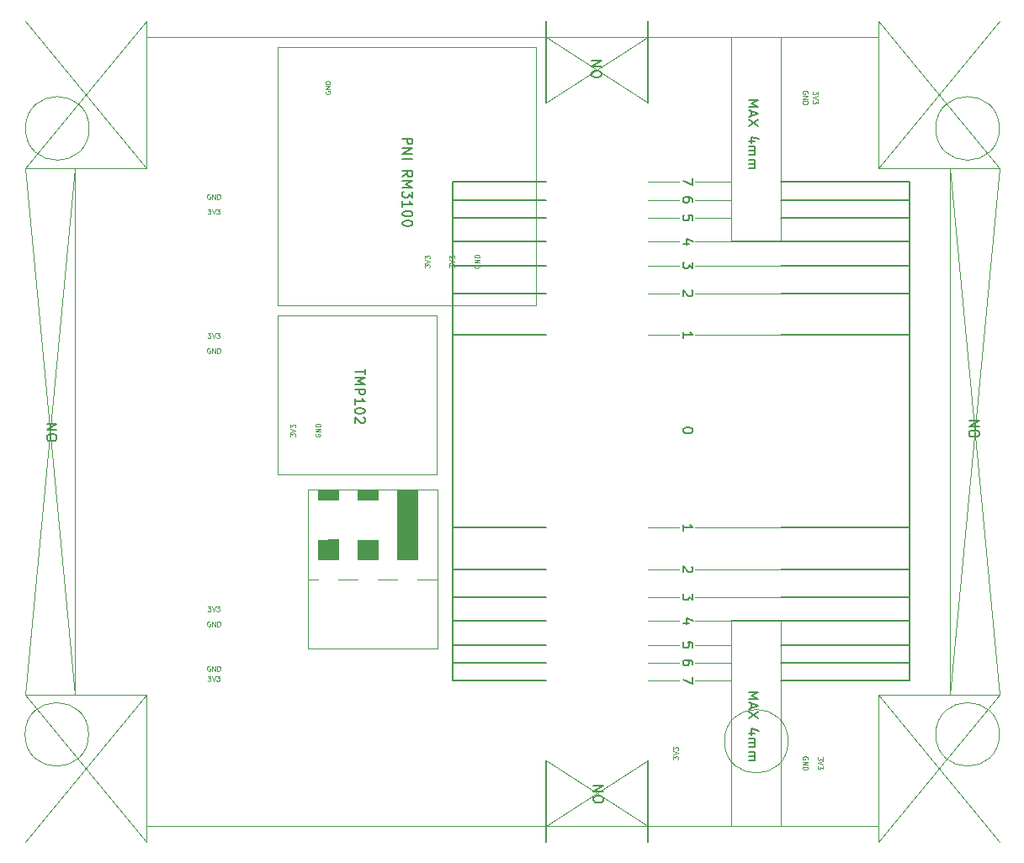
<source format=gbr>
G04 #@! TF.GenerationSoftware,KiCad,Pcbnew,(5.1.2)-2*
G04 #@! TF.CreationDate,2021-05-04T12:07:43-04:00*
G04 #@! TF.ProjectId,Magnetometer_A,4d61676e-6574-46f6-9d65-7465725f412e,rev?*
G04 #@! TF.SameCoordinates,Original*
G04 #@! TF.FileFunction,Legend,Top*
G04 #@! TF.FilePolarity,Positive*
%FSLAX46Y46*%
G04 Gerber Fmt 4.6, Leading zero omitted, Abs format (unit mm)*
G04 Created by KiCad (PCBNEW (5.1.2)-2) date 2021-05-04 12:07:43*
%MOMM*%
%LPD*%
G04 APERTURE LIST*
%ADD10C,0.125000*%
%ADD11C,0.100000*%
%ADD12C,0.120000*%
%ADD13C,0.150000*%
G04 APERTURE END LIST*
D10*
X118773809Y-40380952D02*
X118773809Y-40690476D01*
X118583333Y-40523809D01*
X118583333Y-40595238D01*
X118559523Y-40642857D01*
X118535714Y-40666666D01*
X118488095Y-40690476D01*
X118369047Y-40690476D01*
X118321428Y-40666666D01*
X118297619Y-40642857D01*
X118273809Y-40595238D01*
X118273809Y-40452380D01*
X118297619Y-40404761D01*
X118321428Y-40380952D01*
X118773809Y-40833333D02*
X118273809Y-41000000D01*
X118773809Y-41166666D01*
X118773809Y-41285714D02*
X118773809Y-41595238D01*
X118583333Y-41428571D01*
X118583333Y-41500000D01*
X118559523Y-41547619D01*
X118535714Y-41571428D01*
X118488095Y-41595238D01*
X118369047Y-41595238D01*
X118321428Y-41571428D01*
X118297619Y-41547619D01*
X118273809Y-41500000D01*
X118273809Y-41357142D01*
X118297619Y-41309523D01*
X118321428Y-41285714D01*
X119273809Y-107380952D02*
X119273809Y-107690476D01*
X119083333Y-107523809D01*
X119083333Y-107595238D01*
X119059523Y-107642857D01*
X119035714Y-107666666D01*
X118988095Y-107690476D01*
X118869047Y-107690476D01*
X118821428Y-107666666D01*
X118797619Y-107642857D01*
X118773809Y-107595238D01*
X118773809Y-107452380D01*
X118797619Y-107404761D01*
X118821428Y-107380952D01*
X119273809Y-107833333D02*
X118773809Y-108000000D01*
X119273809Y-108166666D01*
X119273809Y-108285714D02*
X119273809Y-108595238D01*
X119083333Y-108428571D01*
X119083333Y-108500000D01*
X119059523Y-108547619D01*
X119035714Y-108571428D01*
X118988095Y-108595238D01*
X118869047Y-108595238D01*
X118821428Y-108571428D01*
X118797619Y-108547619D01*
X118773809Y-108500000D01*
X118773809Y-108357142D01*
X118797619Y-108309523D01*
X118821428Y-108285714D01*
X104226190Y-107619047D02*
X104226190Y-107309523D01*
X104416666Y-107476190D01*
X104416666Y-107404761D01*
X104440476Y-107357142D01*
X104464285Y-107333333D01*
X104511904Y-107309523D01*
X104630952Y-107309523D01*
X104678571Y-107333333D01*
X104702380Y-107357142D01*
X104726190Y-107404761D01*
X104726190Y-107547619D01*
X104702380Y-107595238D01*
X104678571Y-107619047D01*
X104226190Y-107166666D02*
X104726190Y-107000000D01*
X104226190Y-106833333D01*
X104226190Y-106714285D02*
X104226190Y-106404761D01*
X104416666Y-106571428D01*
X104416666Y-106500000D01*
X104440476Y-106452380D01*
X104464285Y-106428571D01*
X104511904Y-106404761D01*
X104630952Y-106404761D01*
X104678571Y-106428571D01*
X104702380Y-106452380D01*
X104726190Y-106500000D01*
X104726190Y-106642857D01*
X104702380Y-106690476D01*
X104678571Y-106714285D01*
X65726190Y-75119047D02*
X65726190Y-74809523D01*
X65916666Y-74976190D01*
X65916666Y-74904761D01*
X65940476Y-74857142D01*
X65964285Y-74833333D01*
X66011904Y-74809523D01*
X66130952Y-74809523D01*
X66178571Y-74833333D01*
X66202380Y-74857142D01*
X66226190Y-74904761D01*
X66226190Y-75047619D01*
X66202380Y-75095238D01*
X66178571Y-75119047D01*
X65726190Y-74666666D02*
X66226190Y-74500000D01*
X65726190Y-74333333D01*
X65726190Y-74214285D02*
X65726190Y-73904761D01*
X65916666Y-74071428D01*
X65916666Y-74000000D01*
X65940476Y-73952380D01*
X65964285Y-73928571D01*
X66011904Y-73904761D01*
X66130952Y-73904761D01*
X66178571Y-73928571D01*
X66202380Y-73952380D01*
X66226190Y-74000000D01*
X66226190Y-74142857D01*
X66202380Y-74190476D01*
X66178571Y-74214285D01*
X79226190Y-58119047D02*
X79226190Y-57809523D01*
X79416666Y-57976190D01*
X79416666Y-57904761D01*
X79440476Y-57857142D01*
X79464285Y-57833333D01*
X79511904Y-57809523D01*
X79630952Y-57809523D01*
X79678571Y-57833333D01*
X79702380Y-57857142D01*
X79726190Y-57904761D01*
X79726190Y-58047619D01*
X79702380Y-58095238D01*
X79678571Y-58119047D01*
X79226190Y-57666666D02*
X79726190Y-57500000D01*
X79226190Y-57333333D01*
X79226190Y-57214285D02*
X79226190Y-56904761D01*
X79416666Y-57071428D01*
X79416666Y-57000000D01*
X79440476Y-56952380D01*
X79464285Y-56928571D01*
X79511904Y-56904761D01*
X79630952Y-56904761D01*
X79678571Y-56928571D01*
X79702380Y-56952380D01*
X79726190Y-57000000D01*
X79726190Y-57142857D01*
X79702380Y-57190476D01*
X79678571Y-57214285D01*
X81726190Y-58119047D02*
X81726190Y-57809523D01*
X81916666Y-57976190D01*
X81916666Y-57904761D01*
X81940476Y-57857142D01*
X81964285Y-57833333D01*
X82011904Y-57809523D01*
X82130952Y-57809523D01*
X82178571Y-57833333D01*
X82202380Y-57857142D01*
X82226190Y-57904761D01*
X82226190Y-58047619D01*
X82202380Y-58095238D01*
X82178571Y-58119047D01*
X81726190Y-57666666D02*
X82226190Y-57500000D01*
X81726190Y-57333333D01*
X81726190Y-57214285D02*
X81726190Y-56904761D01*
X81916666Y-57071428D01*
X81916666Y-57000000D01*
X81940476Y-56952380D01*
X81964285Y-56928571D01*
X82011904Y-56904761D01*
X82130952Y-56904761D01*
X82178571Y-56928571D01*
X82202380Y-56952380D01*
X82226190Y-57000000D01*
X82226190Y-57142857D01*
X82202380Y-57190476D01*
X82178571Y-57214285D01*
X57380952Y-52226190D02*
X57690476Y-52226190D01*
X57523809Y-52416666D01*
X57595238Y-52416666D01*
X57642857Y-52440476D01*
X57666666Y-52464285D01*
X57690476Y-52511904D01*
X57690476Y-52630952D01*
X57666666Y-52678571D01*
X57642857Y-52702380D01*
X57595238Y-52726190D01*
X57452380Y-52726190D01*
X57404761Y-52702380D01*
X57380952Y-52678571D01*
X57833333Y-52226190D02*
X58000000Y-52726190D01*
X58166666Y-52226190D01*
X58285714Y-52226190D02*
X58595238Y-52226190D01*
X58428571Y-52416666D01*
X58500000Y-52416666D01*
X58547619Y-52440476D01*
X58571428Y-52464285D01*
X58595238Y-52511904D01*
X58595238Y-52630952D01*
X58571428Y-52678571D01*
X58547619Y-52702380D01*
X58500000Y-52726190D01*
X58357142Y-52726190D01*
X58309523Y-52702380D01*
X58285714Y-52678571D01*
X57380952Y-64726190D02*
X57690476Y-64726190D01*
X57523809Y-64916666D01*
X57595238Y-64916666D01*
X57642857Y-64940476D01*
X57666666Y-64964285D01*
X57690476Y-65011904D01*
X57690476Y-65130952D01*
X57666666Y-65178571D01*
X57642857Y-65202380D01*
X57595238Y-65226190D01*
X57452380Y-65226190D01*
X57404761Y-65202380D01*
X57380952Y-65178571D01*
X57833333Y-64726190D02*
X58000000Y-65226190D01*
X58166666Y-64726190D01*
X58285714Y-64726190D02*
X58595238Y-64726190D01*
X58428571Y-64916666D01*
X58500000Y-64916666D01*
X58547619Y-64940476D01*
X58571428Y-64964285D01*
X58595238Y-65011904D01*
X58595238Y-65130952D01*
X58571428Y-65178571D01*
X58547619Y-65202380D01*
X58500000Y-65226190D01*
X58357142Y-65226190D01*
X58309523Y-65202380D01*
X58285714Y-65178571D01*
X57380952Y-92226190D02*
X57690476Y-92226190D01*
X57523809Y-92416666D01*
X57595238Y-92416666D01*
X57642857Y-92440476D01*
X57666666Y-92464285D01*
X57690476Y-92511904D01*
X57690476Y-92630952D01*
X57666666Y-92678571D01*
X57642857Y-92702380D01*
X57595238Y-92726190D01*
X57452380Y-92726190D01*
X57404761Y-92702380D01*
X57380952Y-92678571D01*
X57833333Y-92226190D02*
X58000000Y-92726190D01*
X58166666Y-92226190D01*
X58285714Y-92226190D02*
X58595238Y-92226190D01*
X58428571Y-92416666D01*
X58500000Y-92416666D01*
X58547619Y-92440476D01*
X58571428Y-92464285D01*
X58595238Y-92511904D01*
X58595238Y-92630952D01*
X58571428Y-92678571D01*
X58547619Y-92702380D01*
X58500000Y-92726190D01*
X58357142Y-92726190D01*
X58309523Y-92702380D01*
X58285714Y-92678571D01*
X57380952Y-99226190D02*
X57690476Y-99226190D01*
X57523809Y-99416666D01*
X57595238Y-99416666D01*
X57642857Y-99440476D01*
X57666666Y-99464285D01*
X57690476Y-99511904D01*
X57690476Y-99630952D01*
X57666666Y-99678571D01*
X57642857Y-99702380D01*
X57595238Y-99726190D01*
X57452380Y-99726190D01*
X57404761Y-99702380D01*
X57380952Y-99678571D01*
X57833333Y-99226190D02*
X58000000Y-99726190D01*
X58166666Y-99226190D01*
X58285714Y-99226190D02*
X58595238Y-99226190D01*
X58428571Y-99416666D01*
X58500000Y-99416666D01*
X58547619Y-99440476D01*
X58571428Y-99464285D01*
X58595238Y-99511904D01*
X58595238Y-99630952D01*
X58571428Y-99678571D01*
X58547619Y-99702380D01*
X58500000Y-99726190D01*
X58357142Y-99726190D01*
X58309523Y-99702380D01*
X58285714Y-99678571D01*
X68250000Y-74880952D02*
X68226190Y-74928571D01*
X68226190Y-75000000D01*
X68250000Y-75071428D01*
X68297619Y-75119047D01*
X68345238Y-75142857D01*
X68440476Y-75166666D01*
X68511904Y-75166666D01*
X68607142Y-75142857D01*
X68654761Y-75119047D01*
X68702380Y-75071428D01*
X68726190Y-75000000D01*
X68726190Y-74952380D01*
X68702380Y-74880952D01*
X68678571Y-74857142D01*
X68511904Y-74857142D01*
X68511904Y-74952380D01*
X68726190Y-74642857D02*
X68226190Y-74642857D01*
X68726190Y-74357142D01*
X68226190Y-74357142D01*
X68726190Y-74119047D02*
X68226190Y-74119047D01*
X68226190Y-74000000D01*
X68250000Y-73928571D01*
X68297619Y-73880952D01*
X68345238Y-73857142D01*
X68440476Y-73833333D01*
X68511904Y-73833333D01*
X68607142Y-73857142D01*
X68654761Y-73880952D01*
X68702380Y-73928571D01*
X68726190Y-74000000D01*
X68726190Y-74119047D01*
X117750000Y-107619047D02*
X117773809Y-107571428D01*
X117773809Y-107500000D01*
X117750000Y-107428571D01*
X117702380Y-107380952D01*
X117654761Y-107357142D01*
X117559523Y-107333333D01*
X117488095Y-107333333D01*
X117392857Y-107357142D01*
X117345238Y-107380952D01*
X117297619Y-107428571D01*
X117273809Y-107500000D01*
X117273809Y-107547619D01*
X117297619Y-107619047D01*
X117321428Y-107642857D01*
X117488095Y-107642857D01*
X117488095Y-107547619D01*
X117273809Y-107857142D02*
X117773809Y-107857142D01*
X117273809Y-108142857D01*
X117773809Y-108142857D01*
X117273809Y-108380952D02*
X117773809Y-108380952D01*
X117773809Y-108500000D01*
X117750000Y-108571428D01*
X117702380Y-108619047D01*
X117654761Y-108642857D01*
X117559523Y-108666666D01*
X117488095Y-108666666D01*
X117392857Y-108642857D01*
X117345238Y-108619047D01*
X117297619Y-108571428D01*
X117273809Y-108500000D01*
X117273809Y-108380952D01*
X117750000Y-40619047D02*
X117773809Y-40571428D01*
X117773809Y-40500000D01*
X117750000Y-40428571D01*
X117702380Y-40380952D01*
X117654761Y-40357142D01*
X117559523Y-40333333D01*
X117488095Y-40333333D01*
X117392857Y-40357142D01*
X117345238Y-40380952D01*
X117297619Y-40428571D01*
X117273809Y-40500000D01*
X117273809Y-40547619D01*
X117297619Y-40619047D01*
X117321428Y-40642857D01*
X117488095Y-40642857D01*
X117488095Y-40547619D01*
X117273809Y-40857142D02*
X117773809Y-40857142D01*
X117273809Y-41142857D01*
X117773809Y-41142857D01*
X117273809Y-41380952D02*
X117773809Y-41380952D01*
X117773809Y-41500000D01*
X117750000Y-41571428D01*
X117702380Y-41619047D01*
X117654761Y-41642857D01*
X117559523Y-41666666D01*
X117488095Y-41666666D01*
X117392857Y-41642857D01*
X117345238Y-41619047D01*
X117297619Y-41571428D01*
X117273809Y-41500000D01*
X117273809Y-41380952D01*
X84250000Y-57880952D02*
X84226190Y-57928571D01*
X84226190Y-58000000D01*
X84250000Y-58071428D01*
X84297619Y-58119047D01*
X84345238Y-58142857D01*
X84440476Y-58166666D01*
X84511904Y-58166666D01*
X84607142Y-58142857D01*
X84654761Y-58119047D01*
X84702380Y-58071428D01*
X84726190Y-58000000D01*
X84726190Y-57952380D01*
X84702380Y-57880952D01*
X84678571Y-57857142D01*
X84511904Y-57857142D01*
X84511904Y-57952380D01*
X84726190Y-57642857D02*
X84226190Y-57642857D01*
X84726190Y-57357142D01*
X84226190Y-57357142D01*
X84726190Y-57119047D02*
X84226190Y-57119047D01*
X84226190Y-57000000D01*
X84250000Y-56928571D01*
X84297619Y-56880952D01*
X84345238Y-56857142D01*
X84440476Y-56833333D01*
X84511904Y-56833333D01*
X84607142Y-56857142D01*
X84654761Y-56880952D01*
X84702380Y-56928571D01*
X84726190Y-57000000D01*
X84726190Y-57119047D01*
X69250000Y-40380952D02*
X69226190Y-40428571D01*
X69226190Y-40500000D01*
X69250000Y-40571428D01*
X69297619Y-40619047D01*
X69345238Y-40642857D01*
X69440476Y-40666666D01*
X69511904Y-40666666D01*
X69607142Y-40642857D01*
X69654761Y-40619047D01*
X69702380Y-40571428D01*
X69726190Y-40500000D01*
X69726190Y-40452380D01*
X69702380Y-40380952D01*
X69678571Y-40357142D01*
X69511904Y-40357142D01*
X69511904Y-40452380D01*
X69726190Y-40142857D02*
X69226190Y-40142857D01*
X69726190Y-39857142D01*
X69226190Y-39857142D01*
X69726190Y-39619047D02*
X69226190Y-39619047D01*
X69226190Y-39500000D01*
X69250000Y-39428571D01*
X69297619Y-39380952D01*
X69345238Y-39357142D01*
X69440476Y-39333333D01*
X69511904Y-39333333D01*
X69607142Y-39357142D01*
X69654761Y-39380952D01*
X69702380Y-39428571D01*
X69726190Y-39500000D01*
X69726190Y-39619047D01*
X57619047Y-50750000D02*
X57571428Y-50726190D01*
X57500000Y-50726190D01*
X57428571Y-50750000D01*
X57380952Y-50797619D01*
X57357142Y-50845238D01*
X57333333Y-50940476D01*
X57333333Y-51011904D01*
X57357142Y-51107142D01*
X57380952Y-51154761D01*
X57428571Y-51202380D01*
X57500000Y-51226190D01*
X57547619Y-51226190D01*
X57619047Y-51202380D01*
X57642857Y-51178571D01*
X57642857Y-51011904D01*
X57547619Y-51011904D01*
X57857142Y-51226190D02*
X57857142Y-50726190D01*
X58142857Y-51226190D01*
X58142857Y-50726190D01*
X58380952Y-51226190D02*
X58380952Y-50726190D01*
X58500000Y-50726190D01*
X58571428Y-50750000D01*
X58619047Y-50797619D01*
X58642857Y-50845238D01*
X58666666Y-50940476D01*
X58666666Y-51011904D01*
X58642857Y-51107142D01*
X58619047Y-51154761D01*
X58571428Y-51202380D01*
X58500000Y-51226190D01*
X58380952Y-51226190D01*
X57619047Y-66250000D02*
X57571428Y-66226190D01*
X57500000Y-66226190D01*
X57428571Y-66250000D01*
X57380952Y-66297619D01*
X57357142Y-66345238D01*
X57333333Y-66440476D01*
X57333333Y-66511904D01*
X57357142Y-66607142D01*
X57380952Y-66654761D01*
X57428571Y-66702380D01*
X57500000Y-66726190D01*
X57547619Y-66726190D01*
X57619047Y-66702380D01*
X57642857Y-66678571D01*
X57642857Y-66511904D01*
X57547619Y-66511904D01*
X57857142Y-66726190D02*
X57857142Y-66226190D01*
X58142857Y-66726190D01*
X58142857Y-66226190D01*
X58380952Y-66726190D02*
X58380952Y-66226190D01*
X58500000Y-66226190D01*
X58571428Y-66250000D01*
X58619047Y-66297619D01*
X58642857Y-66345238D01*
X58666666Y-66440476D01*
X58666666Y-66511904D01*
X58642857Y-66607142D01*
X58619047Y-66654761D01*
X58571428Y-66702380D01*
X58500000Y-66726190D01*
X58380952Y-66726190D01*
X57619047Y-93750000D02*
X57571428Y-93726190D01*
X57500000Y-93726190D01*
X57428571Y-93750000D01*
X57380952Y-93797619D01*
X57357142Y-93845238D01*
X57333333Y-93940476D01*
X57333333Y-94011904D01*
X57357142Y-94107142D01*
X57380952Y-94154761D01*
X57428571Y-94202380D01*
X57500000Y-94226190D01*
X57547619Y-94226190D01*
X57619047Y-94202380D01*
X57642857Y-94178571D01*
X57642857Y-94011904D01*
X57547619Y-94011904D01*
X57857142Y-94226190D02*
X57857142Y-93726190D01*
X58142857Y-94226190D01*
X58142857Y-93726190D01*
X58380952Y-94226190D02*
X58380952Y-93726190D01*
X58500000Y-93726190D01*
X58571428Y-93750000D01*
X58619047Y-93797619D01*
X58642857Y-93845238D01*
X58666666Y-93940476D01*
X58666666Y-94011904D01*
X58642857Y-94107142D01*
X58619047Y-94154761D01*
X58571428Y-94202380D01*
X58500000Y-94226190D01*
X58380952Y-94226190D01*
X57619047Y-98250000D02*
X57571428Y-98226190D01*
X57500000Y-98226190D01*
X57428571Y-98250000D01*
X57380952Y-98297619D01*
X57357142Y-98345238D01*
X57333333Y-98440476D01*
X57333333Y-98511904D01*
X57357142Y-98607142D01*
X57380952Y-98654761D01*
X57428571Y-98702380D01*
X57500000Y-98726190D01*
X57547619Y-98726190D01*
X57619047Y-98702380D01*
X57642857Y-98678571D01*
X57642857Y-98511904D01*
X57547619Y-98511904D01*
X57857142Y-98726190D02*
X57857142Y-98226190D01*
X58142857Y-98726190D01*
X58142857Y-98226190D01*
X58380952Y-98726190D02*
X58380952Y-98226190D01*
X58500000Y-98226190D01*
X58571428Y-98250000D01*
X58619047Y-98297619D01*
X58642857Y-98345238D01*
X58666666Y-98440476D01*
X58666666Y-98511904D01*
X58642857Y-98607142D01*
X58619047Y-98654761D01*
X58571428Y-98702380D01*
X58500000Y-98726190D01*
X58380952Y-98726190D01*
D11*
G36*
X78500000Y-87450000D02*
G01*
X76500000Y-87450000D01*
X76500000Y-80500000D01*
X78500000Y-80500000D01*
X78500000Y-87450000D01*
G37*
X78500000Y-87450000D02*
X76500000Y-87450000D01*
X76500000Y-80500000D01*
X78500000Y-80500000D01*
X78500000Y-87450000D01*
G36*
X74500000Y-81500000D02*
G01*
X72500000Y-81450000D01*
X72500000Y-80500000D01*
X74500000Y-80500000D01*
X74500000Y-81500000D01*
G37*
X74500000Y-81500000D02*
X72500000Y-81450000D01*
X72500000Y-80500000D01*
X74500000Y-80500000D01*
X74500000Y-81500000D01*
G36*
X70500000Y-81450000D02*
G01*
X68500000Y-81450000D01*
X68500000Y-80500000D01*
X70500000Y-80500000D01*
X70500000Y-81450000D01*
G37*
X70500000Y-81450000D02*
X68500000Y-81450000D01*
X68500000Y-80500000D01*
X70500000Y-80500000D01*
X70500000Y-81450000D01*
G36*
X70500000Y-87450000D02*
G01*
X68500000Y-87450000D01*
X68500000Y-85550000D01*
X70500000Y-85500000D01*
X70500000Y-87450000D01*
G37*
X70500000Y-87450000D02*
X68500000Y-87450000D01*
X68500000Y-85550000D01*
X70500000Y-85500000D01*
X70500000Y-87450000D01*
G36*
X74500000Y-87450000D02*
G01*
X72500000Y-87450000D01*
X72500000Y-85550000D01*
X74500000Y-85550000D01*
X74500000Y-87450000D01*
G37*
X74500000Y-87450000D02*
X72500000Y-87450000D01*
X72500000Y-85550000D01*
X74500000Y-85550000D01*
X74500000Y-87450000D01*
D12*
X68500000Y-89500000D02*
X67500000Y-89500000D01*
X72500000Y-89500000D02*
X70500000Y-89500000D01*
X76500000Y-89500000D02*
X74500000Y-89500000D01*
X80500000Y-89500000D02*
X78500000Y-89500000D01*
X80500000Y-80500000D02*
X80500000Y-89500000D01*
X67500000Y-80500000D02*
X80500000Y-80500000D01*
X67500000Y-96500000D02*
X67500000Y-80500000D01*
X80500000Y-96500000D02*
X67500000Y-96500000D01*
X80500000Y-89500000D02*
X80500000Y-96500000D01*
D13*
X73207619Y-68314285D02*
X73207619Y-68885714D01*
X72207619Y-68600000D02*
X73207619Y-68600000D01*
X72207619Y-69219047D02*
X73207619Y-69219047D01*
X72493333Y-69552380D01*
X73207619Y-69885714D01*
X72207619Y-69885714D01*
X72207619Y-70361904D02*
X73207619Y-70361904D01*
X73207619Y-70742857D01*
X73160000Y-70838095D01*
X73112380Y-70885714D01*
X73017142Y-70933333D01*
X72874285Y-70933333D01*
X72779047Y-70885714D01*
X72731428Y-70838095D01*
X72683809Y-70742857D01*
X72683809Y-70361904D01*
X72207619Y-71885714D02*
X72207619Y-71314285D01*
X72207619Y-71600000D02*
X73207619Y-71600000D01*
X73064761Y-71504761D01*
X72969523Y-71409523D01*
X72921904Y-71314285D01*
X73207619Y-72504761D02*
X73207619Y-72600000D01*
X73160000Y-72695238D01*
X73112380Y-72742857D01*
X73017142Y-72790476D01*
X72826666Y-72838095D01*
X72588571Y-72838095D01*
X72398095Y-72790476D01*
X72302857Y-72742857D01*
X72255238Y-72695238D01*
X72207619Y-72600000D01*
X72207619Y-72504761D01*
X72255238Y-72409523D01*
X72302857Y-72361904D01*
X72398095Y-72314285D01*
X72588571Y-72266666D01*
X72826666Y-72266666D01*
X73017142Y-72314285D01*
X73112380Y-72361904D01*
X73160000Y-72409523D01*
X73207619Y-72504761D01*
X73112380Y-73219047D02*
X73160000Y-73266666D01*
X73207619Y-73361904D01*
X73207619Y-73600000D01*
X73160000Y-73695238D01*
X73112380Y-73742857D01*
X73017142Y-73790476D01*
X72921904Y-73790476D01*
X72779047Y-73742857D01*
X72207619Y-73171428D01*
X72207619Y-73790476D01*
D12*
X80460000Y-78900000D02*
X64460000Y-78900000D01*
X64460000Y-62900000D02*
X64460000Y-78900000D01*
X80460000Y-62900000D02*
X80460000Y-78900000D01*
X80460000Y-62900000D02*
X64460000Y-62900000D01*
X64460000Y-35910000D02*
X64460000Y-61910000D01*
X90460000Y-35910000D02*
X64460000Y-35910000D01*
X90460000Y-61910000D02*
X64460000Y-61910000D01*
X90460000Y-60910000D02*
X90460000Y-61910000D01*
X90460000Y-35910000D02*
X90460000Y-60910000D01*
D13*
X77007619Y-45129047D02*
X78007619Y-45129047D01*
X78007619Y-45510000D01*
X77960000Y-45605238D01*
X77912380Y-45652857D01*
X77817142Y-45700476D01*
X77674285Y-45700476D01*
X77579047Y-45652857D01*
X77531428Y-45605238D01*
X77483809Y-45510000D01*
X77483809Y-45129047D01*
X77007619Y-46129047D02*
X78007619Y-46129047D01*
X77007619Y-46700476D01*
X78007619Y-46700476D01*
X77007619Y-47176666D02*
X78007619Y-47176666D01*
X77007619Y-48986190D02*
X77483809Y-48652857D01*
X77007619Y-48414761D02*
X78007619Y-48414761D01*
X78007619Y-48795714D01*
X77960000Y-48890952D01*
X77912380Y-48938571D01*
X77817142Y-48986190D01*
X77674285Y-48986190D01*
X77579047Y-48938571D01*
X77531428Y-48890952D01*
X77483809Y-48795714D01*
X77483809Y-48414761D01*
X77007619Y-49414761D02*
X78007619Y-49414761D01*
X77293333Y-49748095D01*
X78007619Y-50081428D01*
X77007619Y-50081428D01*
X78007619Y-50462380D02*
X78007619Y-51081428D01*
X77626666Y-50748095D01*
X77626666Y-50890952D01*
X77579047Y-50986190D01*
X77531428Y-51033809D01*
X77436190Y-51081428D01*
X77198095Y-51081428D01*
X77102857Y-51033809D01*
X77055238Y-50986190D01*
X77007619Y-50890952D01*
X77007619Y-50605238D01*
X77055238Y-50510000D01*
X77102857Y-50462380D01*
X77007619Y-52033809D02*
X77007619Y-51462380D01*
X77007619Y-51748095D02*
X78007619Y-51748095D01*
X77864761Y-51652857D01*
X77769523Y-51557619D01*
X77721904Y-51462380D01*
X78007619Y-52652857D02*
X78007619Y-52748095D01*
X77960000Y-52843333D01*
X77912380Y-52890952D01*
X77817142Y-52938571D01*
X77626666Y-52986190D01*
X77388571Y-52986190D01*
X77198095Y-52938571D01*
X77102857Y-52890952D01*
X77055238Y-52843333D01*
X77007619Y-52748095D01*
X77007619Y-52652857D01*
X77055238Y-52557619D01*
X77102857Y-52510000D01*
X77198095Y-52462380D01*
X77388571Y-52414761D01*
X77626666Y-52414761D01*
X77817142Y-52462380D01*
X77912380Y-52510000D01*
X77960000Y-52557619D01*
X78007619Y-52652857D01*
X78007619Y-53605238D02*
X78007619Y-53700476D01*
X77960000Y-53795714D01*
X77912380Y-53843333D01*
X77817142Y-53890952D01*
X77626666Y-53938571D01*
X77388571Y-53938571D01*
X77198095Y-53890952D01*
X77102857Y-53843333D01*
X77055238Y-53795714D01*
X77007619Y-53700476D01*
X77007619Y-53605238D01*
X77055238Y-53510000D01*
X77102857Y-53462380D01*
X77198095Y-53414761D01*
X77388571Y-53367142D01*
X77626666Y-53367142D01*
X77817142Y-53414761D01*
X77912380Y-53462380D01*
X77960000Y-53510000D01*
X78007619Y-53605238D01*
D12*
X51260000Y-34910000D02*
X124860000Y-34910000D01*
X51260000Y-114310000D02*
X124860000Y-114310000D01*
X132060000Y-48100000D02*
X132060000Y-101110000D01*
X137060000Y-101110000D02*
X132060000Y-48100000D01*
X137060000Y-48110000D02*
X132060000Y-101110000D01*
X44060000Y-101110000D02*
X44060000Y-48110000D01*
X39060000Y-48110000D02*
X44060000Y-101110000D01*
X39060000Y-101110000D02*
X44060000Y-48110000D01*
X137060000Y-48110000D02*
X124860000Y-33310000D01*
X137060000Y-33310000D02*
X124860000Y-48110000D01*
X137060000Y-101110000D02*
X124860000Y-115900000D01*
X137060000Y-115910000D02*
X124860000Y-101110000D01*
X51260000Y-115910000D02*
X39060000Y-101110000D01*
X39060000Y-115910000D02*
X51260000Y-101110000D01*
X39060000Y-48110000D02*
X51260000Y-33310000D01*
X51260000Y-48110000D02*
X39060000Y-33310000D01*
X51260000Y-101110000D02*
X39060000Y-101110000D01*
X51260000Y-115910000D02*
X51260000Y-101110000D01*
X124860000Y-101110000D02*
X137060000Y-101110000D01*
X124860000Y-115900000D02*
X124860000Y-101110000D01*
X124860000Y-48110000D02*
X137060000Y-48110000D01*
X124860000Y-33310000D02*
X124860000Y-48110000D01*
X51260000Y-48110000D02*
X39060000Y-48110000D01*
X51260000Y-33310000D02*
X51260000Y-48110000D01*
D13*
X82060000Y-84310000D02*
X91460000Y-84310000D01*
X115060000Y-84310000D02*
X128060000Y-84310000D01*
X82060000Y-99710000D02*
X91460000Y-99710000D01*
X115060000Y-49510000D02*
X128060000Y-49510000D01*
X82060000Y-64910000D02*
X91460000Y-64910000D01*
X115060000Y-99710000D02*
X128060000Y-99710000D01*
X82060000Y-49510000D02*
X91460000Y-49510000D01*
X101660000Y-107710000D02*
X101660000Y-115910000D01*
X91460000Y-41510000D02*
X91460000Y-33310000D01*
X115060000Y-64910000D02*
X128060000Y-64910000D01*
X101660000Y-41510000D02*
X101660000Y-33310000D01*
X91460000Y-107710000D02*
X91460000Y-115910000D01*
D12*
X101660000Y-99710000D02*
X104860000Y-99710000D01*
X110060000Y-88510000D02*
X115060000Y-88510000D01*
X115060000Y-55510000D02*
X115060000Y-34910000D01*
X110060000Y-55510000D02*
X110060000Y-34910000D01*
X110060000Y-93710000D02*
X110060000Y-114310000D01*
X101660000Y-41510000D02*
X91460000Y-34910000D01*
X91460000Y-41510000D02*
X101660000Y-34910000D01*
X91460000Y-107710000D02*
X101660000Y-114310000D01*
X101660000Y-107710000D02*
X91460000Y-114310000D01*
X115060000Y-93710000D02*
X115060000Y-114310000D01*
X110060000Y-64910000D02*
X115060000Y-64910000D01*
X110060000Y-60710000D02*
X115060000Y-60710000D01*
X110060000Y-57910000D02*
X115060000Y-57910000D01*
X110060000Y-84310000D02*
X115060000Y-84310000D01*
X110060000Y-93710000D02*
X106460000Y-93710000D01*
X110060000Y-99710000D02*
X106460000Y-99710000D01*
X110060000Y-97910000D02*
X106460000Y-97910000D01*
X110060000Y-96110000D02*
X106460000Y-96110000D01*
X101660000Y-96110000D02*
X104860000Y-96110000D01*
X110060000Y-91310000D02*
X115060000Y-91310000D01*
X101660000Y-97910000D02*
X104860000Y-97910000D01*
D13*
X111807619Y-100881428D02*
X112807619Y-100881428D01*
X112093333Y-101214761D01*
X112807619Y-101548095D01*
X111807619Y-101548095D01*
X112093333Y-101976666D02*
X112093333Y-102452857D01*
X111807619Y-101881428D02*
X112807619Y-102214761D01*
X111807619Y-102548095D01*
X112807619Y-102786190D02*
X111807619Y-103452857D01*
X112807619Y-103452857D02*
X111807619Y-102786190D01*
X112474285Y-105024285D02*
X111807619Y-105024285D01*
X112855238Y-104786190D02*
X112140952Y-104548095D01*
X112140952Y-105167142D01*
X111807619Y-105548095D02*
X112474285Y-105548095D01*
X112379047Y-105548095D02*
X112426666Y-105595714D01*
X112474285Y-105690952D01*
X112474285Y-105833809D01*
X112426666Y-105929047D01*
X112331428Y-105976666D01*
X111807619Y-105976666D01*
X112331428Y-105976666D02*
X112426666Y-106024285D01*
X112474285Y-106119523D01*
X112474285Y-106262380D01*
X112426666Y-106357619D01*
X112331428Y-106405238D01*
X111807619Y-106405238D01*
X111807619Y-106881428D02*
X112474285Y-106881428D01*
X112379047Y-106881428D02*
X112426666Y-106929047D01*
X112474285Y-107024285D01*
X112474285Y-107167142D01*
X112426666Y-107262380D01*
X112331428Y-107310000D01*
X111807619Y-107310000D01*
X112331428Y-107310000D02*
X112426666Y-107357619D01*
X112474285Y-107452857D01*
X112474285Y-107595714D01*
X112426666Y-107690952D01*
X112331428Y-107738571D01*
X111807619Y-107738571D01*
X106112380Y-60424285D02*
X106160000Y-60471904D01*
X106207619Y-60567142D01*
X106207619Y-60805238D01*
X106160000Y-60900476D01*
X106112380Y-60948095D01*
X106017142Y-60995714D01*
X105921904Y-60995714D01*
X105779047Y-60948095D01*
X105207619Y-60376666D01*
X105207619Y-60995714D01*
X106112380Y-88224285D02*
X106160000Y-88271904D01*
X106207619Y-88367142D01*
X106207619Y-88605238D01*
X106160000Y-88700476D01*
X106112380Y-88748095D01*
X106017142Y-88795714D01*
X105921904Y-88795714D01*
X105779047Y-88748095D01*
X105207619Y-88176666D01*
X105207619Y-88795714D01*
X106207619Y-74462380D02*
X106207619Y-74557619D01*
X106160000Y-74652857D01*
X106112380Y-74700476D01*
X106017142Y-74748095D01*
X105826666Y-74795714D01*
X105588571Y-74795714D01*
X105398095Y-74748095D01*
X105302857Y-74700476D01*
X105255238Y-74652857D01*
X105207619Y-74557619D01*
X105207619Y-74462380D01*
X105255238Y-74367142D01*
X105302857Y-74319523D01*
X105398095Y-74271904D01*
X105588571Y-74224285D01*
X105826666Y-74224285D01*
X106017142Y-74271904D01*
X106112380Y-74319523D01*
X106160000Y-74367142D01*
X106207619Y-74462380D01*
X41207619Y-73900476D02*
X42207619Y-73900476D01*
X41207619Y-74471904D01*
X42207619Y-74471904D01*
X42207619Y-75138571D02*
X42207619Y-75329047D01*
X42160000Y-75424285D01*
X42064761Y-75519523D01*
X41874285Y-75567142D01*
X41540952Y-75567142D01*
X41350476Y-75519523D01*
X41255238Y-75424285D01*
X41207619Y-75329047D01*
X41207619Y-75138571D01*
X41255238Y-75043333D01*
X41350476Y-74948095D01*
X41540952Y-74900476D01*
X41874285Y-74900476D01*
X42064761Y-74948095D01*
X42160000Y-75043333D01*
X42207619Y-75138571D01*
X106207619Y-51500476D02*
X106207619Y-51310000D01*
X106160000Y-51214761D01*
X106112380Y-51167142D01*
X105969523Y-51071904D01*
X105779047Y-51024285D01*
X105398095Y-51024285D01*
X105302857Y-51071904D01*
X105255238Y-51119523D01*
X105207619Y-51214761D01*
X105207619Y-51405238D01*
X105255238Y-51500476D01*
X105302857Y-51548095D01*
X105398095Y-51595714D01*
X105636190Y-51595714D01*
X105731428Y-51548095D01*
X105779047Y-51500476D01*
X105826666Y-51405238D01*
X105826666Y-51214761D01*
X105779047Y-51119523D01*
X105731428Y-51071904D01*
X105636190Y-51024285D01*
X105207619Y-65195714D02*
X105207619Y-64624285D01*
X105207619Y-64910000D02*
X106207619Y-64910000D01*
X106064761Y-64814761D01*
X105969523Y-64719523D01*
X105921904Y-64624285D01*
X106207619Y-96348095D02*
X106207619Y-95871904D01*
X105731428Y-95824285D01*
X105779047Y-95871904D01*
X105826666Y-95967142D01*
X105826666Y-96205238D01*
X105779047Y-96300476D01*
X105731428Y-96348095D01*
X105636190Y-96395714D01*
X105398095Y-96395714D01*
X105302857Y-96348095D01*
X105255238Y-96300476D01*
X105207619Y-96205238D01*
X105207619Y-95967142D01*
X105255238Y-95871904D01*
X105302857Y-95824285D01*
X111807619Y-41281428D02*
X112807619Y-41281428D01*
X112093333Y-41614761D01*
X112807619Y-41948095D01*
X111807619Y-41948095D01*
X112093333Y-42376666D02*
X112093333Y-42852857D01*
X111807619Y-42281428D02*
X112807619Y-42614761D01*
X111807619Y-42948095D01*
X112807619Y-43186190D02*
X111807619Y-43852857D01*
X112807619Y-43852857D02*
X111807619Y-43186190D01*
X112474285Y-45424285D02*
X111807619Y-45424285D01*
X112855238Y-45186190D02*
X112140952Y-44948095D01*
X112140952Y-45567142D01*
X111807619Y-45948095D02*
X112474285Y-45948095D01*
X112379047Y-45948095D02*
X112426666Y-45995714D01*
X112474285Y-46090952D01*
X112474285Y-46233809D01*
X112426666Y-46329047D01*
X112331428Y-46376666D01*
X111807619Y-46376666D01*
X112331428Y-46376666D02*
X112426666Y-46424285D01*
X112474285Y-46519523D01*
X112474285Y-46662380D01*
X112426666Y-46757619D01*
X112331428Y-46805238D01*
X111807619Y-46805238D01*
X111807619Y-47281428D02*
X112474285Y-47281428D01*
X112379047Y-47281428D02*
X112426666Y-47329047D01*
X112474285Y-47424285D01*
X112474285Y-47567142D01*
X112426666Y-47662380D01*
X112331428Y-47710000D01*
X111807619Y-47710000D01*
X112331428Y-47710000D02*
X112426666Y-47757619D01*
X112474285Y-47852857D01*
X112474285Y-47995714D01*
X112426666Y-48090952D01*
X112331428Y-48138571D01*
X111807619Y-48138571D01*
X106207619Y-99376666D02*
X106207619Y-100043333D01*
X105207619Y-99614761D01*
X105207619Y-84595714D02*
X105207619Y-84024285D01*
X105207619Y-84310000D02*
X106207619Y-84310000D01*
X106064761Y-84214761D01*
X105969523Y-84119523D01*
X105921904Y-84024285D01*
X96207619Y-110300476D02*
X97207619Y-110300476D01*
X96207619Y-110871904D01*
X97207619Y-110871904D01*
X97207619Y-111538571D02*
X97207619Y-111729047D01*
X97160000Y-111824285D01*
X97064761Y-111919523D01*
X96874285Y-111967142D01*
X96540952Y-111967142D01*
X96350476Y-111919523D01*
X96255238Y-111824285D01*
X96207619Y-111729047D01*
X96207619Y-111538571D01*
X96255238Y-111443333D01*
X96350476Y-111348095D01*
X96540952Y-111300476D01*
X96874285Y-111300476D01*
X97064761Y-111348095D01*
X97160000Y-111443333D01*
X97207619Y-111538571D01*
X96007619Y-37300476D02*
X97007619Y-37300476D01*
X96007619Y-37871904D01*
X97007619Y-37871904D01*
X97007619Y-38538571D02*
X97007619Y-38729047D01*
X96960000Y-38824285D01*
X96864761Y-38919523D01*
X96674285Y-38967142D01*
X96340952Y-38967142D01*
X96150476Y-38919523D01*
X96055238Y-38824285D01*
X96007619Y-38729047D01*
X96007619Y-38538571D01*
X96055238Y-38443333D01*
X96150476Y-38348095D01*
X96340952Y-38300476D01*
X96674285Y-38300476D01*
X96864761Y-38348095D01*
X96960000Y-38443333D01*
X97007619Y-38538571D01*
X105874285Y-93900476D02*
X105207619Y-93900476D01*
X106255238Y-93662380D02*
X105540952Y-93424285D01*
X105540952Y-94043333D01*
X106207619Y-98100476D02*
X106207619Y-97910000D01*
X106160000Y-97814761D01*
X106112380Y-97767142D01*
X105969523Y-97671904D01*
X105779047Y-97624285D01*
X105398095Y-97624285D01*
X105302857Y-97671904D01*
X105255238Y-97719523D01*
X105207619Y-97814761D01*
X105207619Y-98005238D01*
X105255238Y-98100476D01*
X105302857Y-98148095D01*
X105398095Y-98195714D01*
X105636190Y-98195714D01*
X105731428Y-98148095D01*
X105779047Y-98100476D01*
X105826666Y-98005238D01*
X105826666Y-97814761D01*
X105779047Y-97719523D01*
X105731428Y-97671904D01*
X105636190Y-97624285D01*
X105874285Y-55700476D02*
X105207619Y-55700476D01*
X106255238Y-55462380D02*
X105540952Y-55224285D01*
X105540952Y-55843333D01*
X106207619Y-49176666D02*
X106207619Y-49843333D01*
X105207619Y-49414761D01*
X106207619Y-57576666D02*
X106207619Y-58195714D01*
X105826666Y-57862380D01*
X105826666Y-58005238D01*
X105779047Y-58100476D01*
X105731428Y-58148095D01*
X105636190Y-58195714D01*
X105398095Y-58195714D01*
X105302857Y-58148095D01*
X105255238Y-58100476D01*
X105207619Y-58005238D01*
X105207619Y-57719523D01*
X105255238Y-57624285D01*
X105302857Y-57576666D01*
X134007619Y-73500476D02*
X135007619Y-73500476D01*
X134007619Y-74071904D01*
X135007619Y-74071904D01*
X135007619Y-74738571D02*
X135007619Y-74929047D01*
X134960000Y-75024285D01*
X134864761Y-75119523D01*
X134674285Y-75167142D01*
X134340952Y-75167142D01*
X134150476Y-75119523D01*
X134055238Y-75024285D01*
X134007619Y-74929047D01*
X134007619Y-74738571D01*
X134055238Y-74643333D01*
X134150476Y-74548095D01*
X134340952Y-74500476D01*
X134674285Y-74500476D01*
X134864761Y-74548095D01*
X134960000Y-74643333D01*
X135007619Y-74738571D01*
X106207619Y-53348095D02*
X106207619Y-52871904D01*
X105731428Y-52824285D01*
X105779047Y-52871904D01*
X105826666Y-52967142D01*
X105826666Y-53205238D01*
X105779047Y-53300476D01*
X105731428Y-53348095D01*
X105636190Y-53395714D01*
X105398095Y-53395714D01*
X105302857Y-53348095D01*
X105255238Y-53300476D01*
X105207619Y-53205238D01*
X105207619Y-52967142D01*
X105255238Y-52871904D01*
X105302857Y-52824285D01*
X106207619Y-90976666D02*
X106207619Y-91595714D01*
X105826666Y-91262380D01*
X105826666Y-91405238D01*
X105779047Y-91500476D01*
X105731428Y-91548095D01*
X105636190Y-91595714D01*
X105398095Y-91595714D01*
X105302857Y-91548095D01*
X105255238Y-91500476D01*
X105207619Y-91405238D01*
X105207619Y-91119523D01*
X105255238Y-91024285D01*
X105302857Y-90976666D01*
X82060000Y-97910000D02*
X91460000Y-97910000D01*
D12*
X110060000Y-49510000D02*
X106460000Y-49510000D01*
X101660000Y-93710000D02*
X104860000Y-93710000D01*
X101660000Y-64910000D02*
X104860000Y-64910000D01*
X101660000Y-51310000D02*
X104860000Y-51310000D01*
X106460000Y-53110000D02*
X110060000Y-53110000D01*
X110060000Y-60710000D02*
X106460000Y-60710000D01*
X104860000Y-57910000D02*
X101660000Y-57910000D01*
X110060000Y-84310000D02*
X106460000Y-84310000D01*
X106460000Y-55510000D02*
X110060000Y-55510000D01*
D13*
X115060000Y-93710000D02*
X128060000Y-93710000D01*
X82060000Y-91310000D02*
X91460000Y-91310000D01*
X115060000Y-55510000D02*
X128060000Y-55510000D01*
X115060000Y-53110000D02*
X128060000Y-53110000D01*
X115060000Y-93710000D02*
X110060000Y-93710000D01*
X82060000Y-99710000D02*
X82060000Y-49510000D01*
D12*
X110060000Y-57910000D02*
X106460000Y-57910000D01*
X101660000Y-49510000D02*
X104860000Y-49510000D01*
X106460000Y-51310000D02*
X110060000Y-51310000D01*
X104860000Y-55510000D02*
X101660000Y-55510000D01*
X110060000Y-64910000D02*
X106460000Y-64910000D01*
X110060000Y-91310000D02*
X106460000Y-91310000D01*
X104860000Y-53110000D02*
X101660000Y-53110000D01*
X110060000Y-88510000D02*
X106460000Y-88510000D01*
X101660000Y-60710000D02*
X104860000Y-60710000D01*
X101660000Y-91310000D02*
X104860000Y-91310000D01*
X101660000Y-84310000D02*
X104860000Y-84310000D01*
D13*
X115060000Y-91310000D02*
X128060000Y-91310000D01*
X82060000Y-60710000D02*
X91460000Y-60710000D01*
X82060000Y-57910000D02*
X91460000Y-57910000D01*
X82060000Y-55510000D02*
X91460000Y-55510000D01*
X115060000Y-97910000D02*
X128060000Y-97910000D01*
D12*
X101660000Y-88510000D02*
X104860000Y-88510000D01*
D13*
X82060000Y-88510000D02*
X91460000Y-88510000D01*
X115060000Y-88510000D02*
X128060000Y-88510000D01*
X115060000Y-60710000D02*
X128060000Y-60710000D01*
X115060000Y-57910000D02*
X128060000Y-57910000D01*
X82060000Y-93710000D02*
X91460000Y-93710000D01*
X115060000Y-55510000D02*
X110060000Y-55510000D01*
X115060000Y-96110000D02*
X128060000Y-96110000D01*
X115060000Y-51310000D02*
X128060000Y-51310000D01*
X91460000Y-96110000D02*
X82060000Y-96110000D01*
X82060000Y-53110000D02*
X91460000Y-53110000D01*
X82060000Y-51310000D02*
X91460000Y-51310000D01*
X128060000Y-49510000D02*
X128060000Y-99710000D01*
D12*
X115800000Y-105800000D02*
G75*
G03X115800000Y-105800000I-3200000J0D01*
G01*
X45410000Y-105110000D02*
G75*
G03X45410000Y-105110000I-3200000J0D01*
G01*
X45460000Y-44110000D02*
G75*
G03X45460000Y-44110000I-3200000J0D01*
G01*
X137060000Y-105110000D02*
G75*
G03X137060000Y-105110000I-3200000J0D01*
G01*
X137060000Y-44110000D02*
G75*
G03X137060000Y-44110000I-3200000J0D01*
G01*
M02*

</source>
